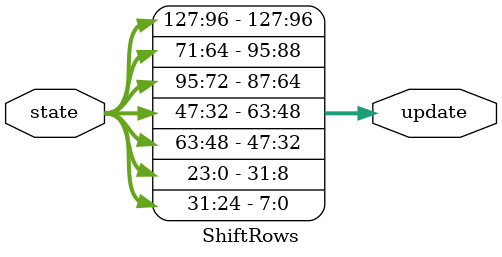
<source format=v>
`timescale 1ns/1ps
module ShiftRows (state, update);

parameter W = 8;

input [128-1 : 0] state;
output [128-1 : 0] update;

//ROW 1
assign update [16*W - 1 : 12*W] = state [16*W - 1 : 12*W];
//ROW 2
assign update [12*W - 1 : 11*W] = state [9*W - 1 : 8*W];
assign update [11*W - 1 : 8*W] = state [12*W - 1 : 9*W];
//ROW 3
assign update [8*W - 1 : 6*W] = state [6*W - 1 : 4*W];
assign update [6*W - 1 : 4*W] = state [8*W - 1 : 6*W];

//ROW 4
assign update [4*W - 1 : W] = state [3*W - 1 : 0];
assign update [W - 1 : 0] = state [4*W - 1 : 3*W];

endmodule
</source>
